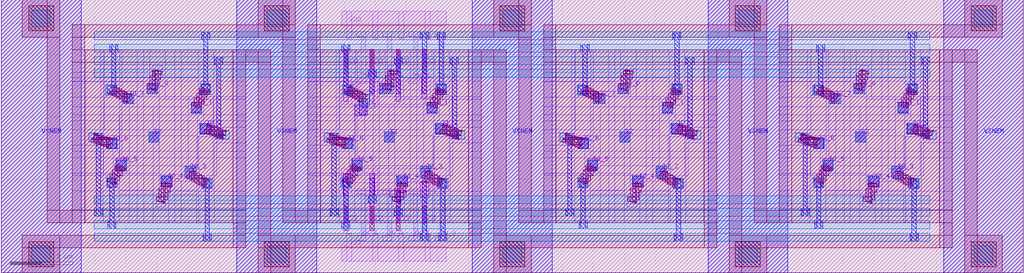
<source format=lef>
VERSION 5.7 ;
BUSBITCHARS "[]" ;
DIVIDERCHAR "/" ;


MANUFACTURINGGRID 0.005 ;

MACRO nem_ohmux_invd6_4i_8b
  CLASS COVER ;
  ORIGIN 0 0 ;
  FOREIGN nem_ohmux_invd6_4i_8b 0 0 ;
  SIZE 16.4 BY 4.38 ;
  SYMMETRY X Y ;
  SITE core ;
  PIN I0_0
    DIRECTION INPUT ;
    USE SIGNAL ;
    PORT
      LAYER M7 ;
        RECT 2.34 2.87 2.51 3.04 ;
    END
  END I0_0
  PIN I0_7
    DIRECTION INPUT ;
    USE SIGNAL ;
    PORT
      LAYER M7 ;
        RECT 1.95 2.71 2.12 2.88 ;
    END
  END I0_7
  PIN I0_1
    DIRECTION INPUT ;
    USE SIGNAL ;
    PORT
      LAYER M7 ;
        RECT 3.045 2.56 3.215 2.73 ;
    END
  END I0_1
  PIN I0_2
    DIRECTION INPUT ;
    USE SIGNAL ;
    PORT
      LAYER M7 ;
        RECT 3.195 2.23 3.365 2.4 ;
    END
  END I0_2
  PIN I0_3
    DIRECTION INPUT ;
    USE SIGNAL ;
    PORT
      LAYER M7 ;
        RECT 2.95 1.535 3.12 1.705 ;
    END
  END I0_3
  PIN I0_4
    DIRECTION INPUT ;
    USE SIGNAL ;
    PORT
      LAYER M7 ;
        RECT 2.575 1.38 2.745 1.55 ;
    END
  END I0_4
  PIN I0_5
    DIRECTION INPUT ;
    USE SIGNAL ;
    PORT
      LAYER M7 ;
        RECT 1.84 1.655 2.01 1.825 ;
    END
  END I0_5
  PIN I0_6
    DIRECTION INPUT ;
    USE SIGNAL ;
    PORT
      LAYER M7 ;
        RECT 1.685 1.995 1.855 2.165 ;
    END
  END I0_6
  PIN S0
    DIRECTION INPUT ;
    USE SIGNAL ;
    PORT
      LAYER M7 ;
        RECT 2.365 2.095 2.535 2.265 ;
    END
  END S0
  PIN ZN_3
    DIRECTION OUTPUT ;
    USE SIGNAL ;
    PORT
      LAYER M1 ;
        RECT 6.96 1.265 7.105 1.345 ;
        RECT 7.035 0.515 7.105 1.345 ;
        RECT 6.96 0.515 7.105 0.595 ;
    END
  END ZN_3
  PIN ZN_6
    DIRECTION OUTPUT ;
    USE SIGNAL ;
    PORT
      LAYER M1 ;
        RECT 6.54 1.265 6.685 1.345 ;
        RECT 6.615 0.515 6.685 1.345 ;
        RECT 6.54 0.515 6.685 0.595 ;
    END
  END ZN_6
  PIN ZN_4
    DIRECTION OUTPUT ;
    USE SIGNAL ;
    PORT
      LAYER M1 ;
        RECT 6.12 1.265 6.265 1.345 ;
        RECT 6.195 0.515 6.265 1.345 ;
        RECT 6.12 0.515 6.265 0.595 ;
    END
  END ZN_4
  PIN ZN_5
    DIRECTION OUTPUT ;
    USE SIGNAL ;
    PORT
      LAYER M1 ;
        RECT 5.7 1.265 5.845 1.345 ;
        RECT 5.775 0.515 5.845 1.345 ;
        RECT 5.7 0.515 5.845 0.595 ;
    END
  END ZN_5
  PIN ZN_1
    DIRECTION OUTPUT ;
    USE SIGNAL ;
    PORT
      LAYER M1 ;
        RECT 6.96 3.785 7.105 3.865 ;
        RECT 7.035 3.035 7.105 3.865 ;
        RECT 6.96 3.035 7.105 3.115 ;
    END
  END ZN_1
  PIN ZN_2
    DIRECTION OUTPUT ;
    USE SIGNAL ;
    PORT
      LAYER M1 ;
        RECT 6.54 3.785 6.685 3.865 ;
        RECT 6.615 3.035 6.685 3.865 ;
        RECT 6.54 3.035 6.685 3.115 ;
    END
  END ZN_2
  PIN ZN_0
    DIRECTION OUTPUT ;
    USE SIGNAL ;
    PORT
      LAYER M1 ;
        RECT 6.12 3.785 6.265 3.865 ;
        RECT 6.195 3.035 6.265 3.865 ;
        RECT 6.12 3.035 6.265 3.115 ;
    END
  END ZN_0
  PIN ZN_7
    DIRECTION OUTPUT ;
    USE SIGNAL ;
    PORT
      LAYER M1 ;
        RECT 5.7 3.785 5.845 3.865 ;
        RECT 5.775 3.035 5.845 3.865 ;
        RECT 5.7 3.035 5.845 3.115 ;
    END
  END ZN_7
  PIN I3_4
    DIRECTION INPUT ;
    USE SIGNAL ;
    PORT
      LAYER M7 ;
        RECT 13.915 1.38 14.085 1.55 ;
    END
  END I3_4
  PIN I1_7
    DIRECTION INPUT ;
    USE SIGNAL ;
    PORT
      LAYER M7 ;
        RECT 5.675 2.515 5.845 2.685 ;
    END
  END I1_7
  PIN I3_1
    DIRECTION INPUT ;
    USE SIGNAL ;
    PORT
      LAYER M7 ;
        RECT 14.385 2.56 14.555 2.73 ;
    END
  END I3_1
  PIN I3_0
    DIRECTION INPUT ;
    USE SIGNAL ;
    PORT
      LAYER M7 ;
        RECT 13.68 2.87 13.85 3.04 ;
    END
  END I3_0
  PIN I3_3
    DIRECTION INPUT ;
    USE SIGNAL ;
    PORT
      LAYER M7 ;
        RECT 14.29 1.535 14.46 1.705 ;
    END
  END I3_3
  PIN I3_5
    DIRECTION INPUT ;
    USE SIGNAL ;
    PORT
      LAYER M7 ;
        RECT 13.18 1.655 13.35 1.825 ;
    END
  END I3_5
  PIN I3_2
    DIRECTION INPUT ;
    USE SIGNAL ;
    PORT
      LAYER M7 ;
        RECT 14.535 2.23 14.705 2.4 ;
    END
  END I3_2
  PIN I3_6
    DIRECTION INPUT ;
    USE SIGNAL ;
    PORT
      LAYER M7 ;
        RECT 13.025 1.995 13.195 2.165 ;
    END
  END I3_6
  PIN S3
    DIRECTION INPUT ;
    USE SIGNAL ;
    PORT
      LAYER M7 ;
        RECT 13.705 2.095 13.875 2.265 ;
    END
  END S3
  PIN VSNEM
    DIRECTION INOUT ;
    USE GROUND ;
    SHAPE ABUTMENT ;
    PORT
      LAYER M8 ;
        RECT 0 0 1.28 4.38 ;
    END
    PORT
      LAYER M8 ;
        RECT 3.78 0 5.06 4.38 ;
    END
    PORT
      LAYER M8 ;
        RECT 7.56 0 8.84 4.38 ;
    END
    PORT
      LAYER M8 ;
        RECT 11.34 0 12.62 4.38 ;
    END
    PORT
      LAYER M8 ;
        RECT 15.12 0 16.4 4.38 ;
    END
  END VSNEM
  PIN VSS
    DIRECTION INOUT ;
    USE GROUND ;
    SHAPE ABUTMENT ;
    PORT
      LAYER M1 ;
        RECT 5.46 2.705 7.14 2.935 ;
        RECT 6.8 2.705 6.88 3.145 ;
        RECT 6.38 2.705 6.46 3.145 ;
        RECT 5.96 2.705 6.04 3.145 ;
        RECT 5.54 2.705 5.62 3.145 ;
    END
    PORT
      LAYER M1 ;
        RECT 5.46 0.185 7.14 0.415 ;
        RECT 6.8 0.185 6.88 0.625 ;
        RECT 6.38 0.185 6.46 0.625 ;
        RECT 5.96 0.185 6.04 0.625 ;
        RECT 5.54 0.185 5.62 0.625 ;
    END
  END VSS
  PIN VDD
    DIRECTION INOUT ;
    USE POWER ;
    SHAPE ABUTMENT ;
    PORT
      LAYER M1 ;
        RECT 5.46 3.965 7.14 4.195 ;
        RECT 6.8 3.755 6.88 4.195 ;
        RECT 6.38 3.755 6.46 4.195 ;
        RECT 5.96 3.755 6.04 4.195 ;
        RECT 5.54 3.755 5.62 4.195 ;
    END
    PORT
      LAYER M1 ;
        RECT 5.46 1.445 7.14 1.675 ;
        RECT 6.8 1.235 6.88 1.675 ;
        RECT 6.38 1.235 6.46 1.675 ;
        RECT 5.96 1.235 6.04 1.675 ;
        RECT 5.54 1.235 5.62 1.675 ;
    END
  END VDD
  PIN S2
    DIRECTION INPUT ;
    USE SIGNAL ;
    PORT
      LAYER M7 ;
        RECT 9.925 2.095 10.095 2.265 ;
    END
  END S2
  PIN I2_2
    DIRECTION INPUT ;
    USE SIGNAL ;
    PORT
      LAYER M7 ;
        RECT 10.755 2.23 10.925 2.4 ;
    END
  END I2_2
  PIN I2_4
    DIRECTION INPUT ;
    USE SIGNAL ;
    PORT
      LAYER M7 ;
        RECT 10.135 1.38 10.305 1.55 ;
    END
  END I2_4
  PIN I2_3
    DIRECTION INPUT ;
    USE SIGNAL ;
    PORT
      LAYER M7 ;
        RECT 10.51 1.535 10.68 1.705 ;
    END
  END I2_3
  PIN I2_6
    DIRECTION INPUT ;
    USE SIGNAL ;
    PORT
      LAYER M7 ;
        RECT 9.245 1.995 9.415 2.165 ;
    END
  END I2_6
  PIN I2_1
    DIRECTION INPUT ;
    USE SIGNAL ;
    PORT
      LAYER M7 ;
        RECT 10.605 2.56 10.775 2.73 ;
    END
  END I2_1
  PIN I2_0
    DIRECTION INPUT ;
    USE SIGNAL ;
    PORT
      LAYER M7 ;
        RECT 9.9 2.87 10.07 3.04 ;
    END
  END I2_0
  PIN I2_5
    DIRECTION INPUT ;
    USE SIGNAL ;
    PORT
      LAYER M7 ;
        RECT 9.4 1.655 9.57 1.825 ;
    END
  END I2_5
  PIN I2_7
    DIRECTION INPUT ;
    USE SIGNAL ;
    PORT
      LAYER M7 ;
        RECT 9.51 2.71 9.68 2.88 ;
    END
  END I2_7
  PIN I3_7
    DIRECTION INPUT ;
    USE SIGNAL ;
    PORT
      LAYER M7 ;
        RECT 13.29 2.71 13.46 2.88 ;
    END
  END I3_7
  PIN I1_0
    DIRECTION INPUT ;
    USE SIGNAL ;
    PORT
      LAYER M7 ;
        RECT 6.075 2.87 6.245 3.04 ;
    END
  END I1_0
  PIN I1_1
    DIRECTION INPUT ;
    USE SIGNAL ;
    PORT
      LAYER M7 ;
        RECT 6.825 2.56 6.995 2.73 ;
    END
  END I1_1
  PIN I1_2
    DIRECTION INPUT ;
    USE SIGNAL ;
    PORT
      LAYER M7 ;
        RECT 6.975 2.23 7.145 2.4 ;
    END
  END I1_2
  PIN I1_3
    DIRECTION INPUT ;
    USE SIGNAL ;
    PORT
      LAYER M7 ;
        RECT 6.73 1.535 6.9 1.705 ;
    END
  END I1_3
  PIN I1_4
    DIRECTION INPUT ;
    USE SIGNAL ;
    PORT
      LAYER M7 ;
        RECT 6.355 1.385 6.525 1.555 ;
    END
  END I1_4
  PIN I1_5
    DIRECTION INPUT ;
    USE SIGNAL ;
    PORT
      LAYER M7 ;
        RECT 5.62 1.655 5.79 1.825 ;
    END
  END I1_5
  PIN I1_6
    DIRECTION INPUT ;
    USE SIGNAL ;
    PORT
      LAYER M7 ;
        RECT 5.465 1.995 5.635 2.165 ;
    END
  END I1_6
  PIN S1
    DIRECTION INPUT ;
    USE SIGNAL ;
    PORT
      LAYER M7 ;
        RECT 6.145 2.095 6.315 2.265 ;
    END
  END S1
  OBS
    LAYER OVERLAP ;
      RECT 0 0 16.4 4.38 ;
    LAYER M1 ;
      RECT 6.755 0.795 6.825 1.065 ;
      RECT 6.755 0.845 6.96 0.915 ;
      RECT 6.755 3.315 6.825 3.585 ;
      RECT 6.755 3.365 6.96 3.435 ;
      RECT 6.335 0.795 6.405 1.065 ;
      RECT 6.335 0.845 6.54 0.915 ;
      RECT 6.335 3.315 6.405 3.585 ;
      RECT 6.335 3.365 6.54 3.435 ;
      RECT 5.915 0.795 5.985 1.065 ;
      RECT 5.915 0.845 6.12 0.915 ;
      RECT 5.915 3.315 5.985 3.585 ;
      RECT 5.915 3.365 6.12 3.435 ;
      RECT 5.495 0.795 5.565 1.065 ;
      RECT 5.495 0.845 5.7 0.915 ;
      RECT 5.495 3.315 5.565 3.585 ;
      RECT 5.495 3.365 5.7 3.435 ;
    LAYER M2 ;
      RECT 6.755 0.675 6.825 1.065 ;
      RECT 6.755 3.195 6.825 3.585 ;
      RECT 6.335 0.675 6.405 1.065 ;
      RECT 6.335 3.195 6.405 3.585 ;
      RECT 5.915 0.675 5.985 1.065 ;
      RECT 5.915 3.195 5.985 3.585 ;
      RECT 5.495 0.675 5.565 1.065 ;
      RECT 5.495 3.195 5.565 3.585 ;
    LAYER M3 ;
      RECT 6.755 0.675 6.825 1.065 ;
      RECT 6.755 3.195 6.825 3.585 ;
      RECT 6.335 0.675 6.405 1.065 ;
      RECT 6.335 3.195 6.405 3.585 ;
      RECT 5.915 0.675 5.985 1.065 ;
      RECT 5.915 3.195 5.985 3.585 ;
      RECT 5.495 0.675 5.565 1.065 ;
      RECT 5.495 3.195 5.565 3.585 ;
    LAYER M4 ;
      RECT 6.755 0.675 6.825 1.065 ;
      RECT 6.755 3.195 6.825 3.585 ;
      RECT 6.335 0.675 6.405 1.065 ;
      RECT 6.335 3.195 6.405 3.585 ;
      RECT 5.915 0.675 5.985 1.065 ;
      RECT 5.915 3.195 5.985 3.585 ;
      RECT 5.495 0.675 5.565 1.065 ;
      RECT 5.495 3.195 5.565 3.585 ;
    LAYER M5 ;
      RECT 6.755 0.675 6.825 1.065 ;
      RECT 6.755 3.195 6.825 3.585 ;
      RECT 6.335 0.675 6.405 1.065 ;
      RECT 6.335 3.195 6.405 3.585 ;
      RECT 5.915 0.675 5.985 1.065 ;
      RECT 5.915 3.195 5.985 3.585 ;
      RECT 5.495 0.675 5.565 1.065 ;
      RECT 5.495 3.195 5.565 3.585 ;
    LAYER M6 ;
      RECT 6.755 0.795 6.825 1.475 ;
      RECT 6.755 2.87 6.825 3.585 ;
      RECT 6.335 0.795 6.405 1.325 ;
      RECT 6.335 2.87 6.405 3.585 ;
      RECT 5.915 0.795 5.985 1.585 ;
      RECT 5.915 2.87 5.985 3.585 ;
      RECT 5.495 0.795 5.565 1.585 ;
      RECT 5.495 2.87 5.565 3.585 ;
    LAYER M7 ;
      RECT 6.725 1.215 6.86 1.455 ;
      RECT 6.75 2.8 6.83 3.14 ;
      RECT 6.235 1.21 6.5 1.315 ;
      RECT 6.335 2.75 6.405 3.14 ;
      RECT 5.91 1.245 5.99 1.585 ;
      RECT 5.915 2.75 5.985 3.14 ;
      RECT 5.49 1.245 5.57 1.585 ;
      RECT 5.495 2.75 5.565 3.14 ;
    LAYER M8 ;
      RECT 14.765 3.335 14.895 3.465 ;
      RECT 14.795 2.15 14.865 3.465 ;
      RECT 14.765 2.15 14.895 2.28 ;
      RECT 14.58 1.37 14.71 1.5 ;
      RECT 14.61 0.505 14.68 1.5 ;
      RECT 14.58 0.505 14.71 0.635 ;
      RECT 14.555 3.735 14.685 3.865 ;
      RECT 14.585 2.885 14.655 3.865 ;
      RECT 14.555 2.885 14.685 3.015 ;
      RECT 13.08 3.535 13.21 3.665 ;
      RECT 13.11 2.87 13.18 3.665 ;
      RECT 13.04 2.87 13.18 3 ;
      RECT 13.05 1.38 13.18 1.51 ;
      RECT 13.08 0.705 13.15 1.51 ;
      RECT 13.05 0.705 13.18 0.835 ;
      RECT 12.835 2.11 12.965 2.24 ;
      RECT 12.865 0.905 12.935 2.24 ;
      RECT 12.835 0.905 12.965 1.035 ;
      RECT 10.985 3.335 11.115 3.465 ;
      RECT 11.015 2.15 11.085 3.465 ;
      RECT 10.985 2.15 11.115 2.28 ;
      RECT 10.8 1.37 10.93 1.5 ;
      RECT 10.83 0.505 10.9 1.5 ;
      RECT 10.8 0.505 10.93 0.635 ;
      RECT 10.775 3.735 10.905 3.865 ;
      RECT 10.805 2.885 10.875 3.865 ;
      RECT 10.775 2.885 10.905 3.015 ;
      RECT 9.3 3.535 9.43 3.665 ;
      RECT 9.33 2.87 9.4 3.665 ;
      RECT 9.26 2.87 9.4 3 ;
      RECT 9.27 1.38 9.4 1.51 ;
      RECT 9.3 0.705 9.37 1.51 ;
      RECT 9.27 0.705 9.4 0.835 ;
      RECT 9.055 2.11 9.185 2.24 ;
      RECT 9.085 0.905 9.155 2.24 ;
      RECT 9.055 0.905 9.185 1.035 ;
      RECT 7.205 3.335 7.335 3.465 ;
      RECT 7.235 2.15 7.305 3.465 ;
      RECT 7.205 2.15 7.335 2.28 ;
      RECT 7.02 1.37 7.15 1.5 ;
      RECT 7.05 0.505 7.12 1.5 ;
      RECT 7.02 0.505 7.15 0.635 ;
      RECT 6.995 3.735 7.125 3.865 ;
      RECT 7.025 2.885 7.095 3.865 ;
      RECT 6.995 2.885 7.125 3.015 ;
      RECT 6.755 0.505 6.825 1.465 ;
      RECT 6.725 0.505 6.855 0.635 ;
      RECT 6.725 3.735 6.855 3.865 ;
      RECT 6.755 2.87 6.825 3.865 ;
      RECT 6.335 0.905 6.405 1.315 ;
      RECT 6.305 0.905 6.435 1.035 ;
      RECT 6.305 3.335 6.435 3.465 ;
      RECT 6.335 2.87 6.405 3.465 ;
      RECT 5.915 1.105 5.985 1.515 ;
      RECT 5.885 1.105 6.015 1.235 ;
      RECT 5.885 3.135 6.015 3.265 ;
      RECT 5.915 2.87 5.985 3.265 ;
      RECT 5.465 3.535 5.595 3.665 ;
      RECT 5.495 2.87 5.565 3.665 ;
      RECT 5.495 2.87 5.625 3 ;
      RECT 5.47 1.38 5.6 1.51 ;
      RECT 5.495 0.705 5.565 1.51 ;
      RECT 5.465 0.705 5.595 0.835 ;
      RECT 5.275 2.11 5.405 2.24 ;
      RECT 5.305 0.905 5.375 2.24 ;
      RECT 5.275 0.905 5.405 1.035 ;
      RECT 3.425 3.335 3.555 3.465 ;
      RECT 3.455 2.15 3.525 3.465 ;
      RECT 3.425 2.15 3.555 2.28 ;
      RECT 3.24 1.37 3.37 1.5 ;
      RECT 3.27 0.505 3.34 1.5 ;
      RECT 3.24 0.505 3.37 0.635 ;
      RECT 3.215 3.735 3.345 3.865 ;
      RECT 3.245 2.885 3.315 3.865 ;
      RECT 3.215 2.885 3.345 3.015 ;
      RECT 1.74 3.535 1.87 3.665 ;
      RECT 1.77 2.87 1.84 3.665 ;
      RECT 1.7 2.87 1.84 3 ;
      RECT 1.71 1.38 1.84 1.51 ;
      RECT 1.74 0.705 1.81 1.51 ;
      RECT 1.71 0.705 1.84 0.835 ;
      RECT 1.495 2.11 1.625 2.24 ;
      RECT 1.525 0.905 1.595 2.24 ;
      RECT 1.495 0.905 1.625 1.035 ;
      RECT 14.525 2.225 14.695 2.395 ;
      RECT 14.385 2.565 14.555 2.735 ;
      RECT 14.29 1.535 14.46 1.705 ;
      RECT 13.9 1.385 14.07 1.555 ;
      RECT 13.705 2.09 13.875 2.26 ;
      RECT 13.68 2.87 13.85 3.04 ;
      RECT 13.29 2.71 13.46 2.88 ;
      RECT 13.18 1.635 13.35 1.805 ;
      RECT 13.035 1.99 13.205 2.16 ;
      RECT 10.745 2.225 10.915 2.395 ;
      RECT 10.605 2.565 10.775 2.735 ;
      RECT 10.51 1.535 10.68 1.705 ;
      RECT 10.12 1.385 10.29 1.555 ;
      RECT 9.925 2.09 10.095 2.26 ;
      RECT 9.9 2.87 10.07 3.04 ;
      RECT 9.51 2.71 9.68 2.88 ;
      RECT 9.4 1.635 9.57 1.805 ;
      RECT 9.255 1.99 9.425 2.16 ;
      RECT 6.965 2.225 7.135 2.395 ;
      RECT 6.825 2.565 6.995 2.735 ;
      RECT 6.73 1.535 6.9 1.705 ;
      RECT 6.34 1.385 6.51 1.555 ;
      RECT 6.145 2.09 6.315 2.26 ;
      RECT 6.075 2.87 6.245 3.04 ;
      RECT 5.745 2.535 5.87 2.79 ;
      RECT 5.62 1.635 5.79 1.805 ;
      RECT 5.475 1.99 5.645 2.16 ;
      RECT 3.185 2.225 3.355 2.395 ;
      RECT 3.045 2.565 3.215 2.735 ;
      RECT 2.95 1.535 3.12 1.705 ;
      RECT 2.56 1.385 2.73 1.555 ;
      RECT 2.365 2.09 2.535 2.26 ;
      RECT 2.34 2.87 2.51 3.04 ;
      RECT 1.95 2.71 2.12 2.88 ;
      RECT 1.84 1.635 2.01 1.805 ;
      RECT 1.695 1.99 1.865 2.16 ;
    LAYER M9 ;
      RECT 6.12 2.87 6.29 3.04 ;
      RECT 6.115 2.87 6.29 3 ;
      RECT 15.61 0.165 15.91 0.435 ;
      RECT 15.61 3.945 15.91 4.215 ;
      RECT 14.765 2.15 15 2.28 ;
      RECT 1.495 0.505 14.895 0.635 ;
      RECT 1.495 0.705 14.895 0.835 ;
      RECT 1.495 0.905 14.895 1.035 ;
      RECT 1.495 1.105 14.895 1.235 ;
      RECT 1.495 3.135 14.895 3.265 ;
      RECT 1.495 3.335 14.895 3.465 ;
      RECT 1.495 3.535 14.895 3.665 ;
      RECT 1.495 3.735 14.895 3.865 ;
      RECT 14.56 1.35 14.73 1.52 ;
      RECT 14.535 2.865 14.705 3.035 ;
      RECT 14.525 2.225 14.695 2.395 ;
      RECT 14.385 2.565 14.555 2.735 ;
      RECT 14.29 1.535 14.46 1.705 ;
      RECT 13.9 1.385 14.07 1.555 ;
      RECT 13.705 2.09 13.875 2.26 ;
      RECT 13.68 2.87 13.85 3.04 ;
      RECT 13.29 2.71 13.46 2.88 ;
      RECT 13.18 1.635 13.35 1.805 ;
      RECT 13.035 1.99 13.205 2.16 ;
      RECT 13.03 1.36 13.2 1.53 ;
      RECT 13.02 2.85 13.19 3.02 ;
      RECT 12.75 2.11 12.965 2.24 ;
      RECT 11.83 0.165 12.13 0.435 ;
      RECT 11.83 3.945 12.13 4.215 ;
      RECT 10.985 2.15 11.22 2.28 ;
      RECT 10.78 1.35 10.95 1.52 ;
      RECT 10.755 2.865 10.925 3.035 ;
      RECT 10.745 2.225 10.915 2.395 ;
      RECT 10.605 2.565 10.775 2.735 ;
      RECT 10.51 1.535 10.68 1.705 ;
      RECT 10.12 1.385 10.29 1.555 ;
      RECT 9.925 2.09 10.095 2.26 ;
      RECT 9.9 2.87 10.07 3.04 ;
      RECT 9.51 2.71 9.68 2.88 ;
      RECT 9.4 1.635 9.57 1.805 ;
      RECT 9.255 1.99 9.425 2.16 ;
      RECT 9.25 1.36 9.42 1.53 ;
      RECT 9.24 2.85 9.41 3.02 ;
      RECT 8.97 2.11 9.185 2.24 ;
      RECT 8.05 0.165 8.35 0.435 ;
      RECT 8.05 3.945 8.35 4.215 ;
      RECT 7.205 2.15 7.44 2.28 ;
      RECT 7 1.35 7.17 1.52 ;
      RECT 6.975 2.865 7.145 3.035 ;
      RECT 6.965 2.225 7.135 2.395 ;
      RECT 6.825 2.565 6.995 2.735 ;
      RECT 6.73 1.535 6.9 1.705 ;
      RECT 6.34 1.385 6.51 1.555 ;
      RECT 6.145 2.09 6.315 2.26 ;
      RECT 5.735 2.69 5.905 2.86 ;
      RECT 5.62 1.635 5.79 1.805 ;
      RECT 5.475 1.99 5.645 2.16 ;
      RECT 5.475 2.85 5.645 3.02 ;
      RECT 5.45 1.36 5.62 1.53 ;
      RECT 5.19 2.11 5.405 2.24 ;
      RECT 4.27 0.165 4.57 0.435 ;
      RECT 4.27 3.945 4.57 4.215 ;
      RECT 3.425 2.15 3.66 2.28 ;
      RECT 3.22 1.35 3.39 1.52 ;
      RECT 3.195 2.865 3.365 3.035 ;
      RECT 3.185 2.225 3.355 2.395 ;
      RECT 3.045 2.565 3.215 2.735 ;
      RECT 2.95 1.535 3.12 1.705 ;
      RECT 2.56 1.385 2.73 1.555 ;
      RECT 2.365 2.09 2.535 2.26 ;
      RECT 2.34 2.87 2.51 3.04 ;
      RECT 1.95 2.71 2.12 2.88 ;
      RECT 1.84 1.635 2.01 1.805 ;
      RECT 1.695 1.99 1.865 2.16 ;
      RECT 1.69 1.36 1.86 1.53 ;
      RECT 1.68 2.85 1.85 3.02 ;
      RECT 1.41 2.11 1.625 2.24 ;
      RECT 0.49 0.165 0.79 0.435 ;
      RECT 0.49 3.945 0.79 4.215 ;
    LAYER M10 ;
      RECT 12.48 3.375 15.26 3.58 ;
      RECT 15.05 0.8 15.26 3.58 ;
      RECT 13.97 3.075 15.26 3.58 ;
      RECT 14.75 2.335 15.26 3.58 ;
      RECT 12.48 3.07 13.72 3.58 ;
      RECT 12.48 3.07 13.725 3.22 ;
      RECT 13.875 1.57 14.23 3.125 ;
      RECT 12.48 3.07 14.5 3.125 ;
      RECT 13.97 2.785 14.5 3.58 ;
      RECT 12.48 3.065 13.625 3.58 ;
      RECT 13.525 0.8 13.625 3.58 ;
      RECT 13.24 2.91 13.625 3.58 ;
      RECT 12.48 2.295 12.99 3.58 ;
      RECT 13.24 1.845 13.275 3.58 ;
      RECT 13.875 2.785 15.26 2.825 ;
      RECT 14.745 1.555 14.8 2.825 ;
      RECT 13.525 1.26 13.875 2.82 ;
      RECT 12.48 2.295 13.275 2.815 ;
      RECT 14.59 2.435 15.26 2.825 ;
      RECT 13.525 1.715 14.34 2.82 ;
      RECT 12.48 2.295 14.34 2.66 ;
      RECT 13.39 0.8 13.775 2.66 ;
      RECT 12.48 2.435 15.26 2.535 ;
      RECT 12.935 2.2 14.495 2.535 ;
      RECT 13.39 1.715 14.495 2.535 ;
      RECT 12.48 0.8 12.685 3.58 ;
      RECT 13.235 1.845 14.495 2.535 ;
      RECT 12.935 1.565 12.985 3.58 ;
      RECT 14.48 1.555 14.8 2.185 ;
      RECT 14.76 0.8 15.26 2.085 ;
      RECT 12.48 0.8 12.98 2.045 ;
      RECT 12.48 1.845 15.26 1.95 ;
      RECT 12.48 1.565 13.14 1.95 ;
      RECT 13.23 0.8 13.775 1.595 ;
      RECT 14.125 0.8 14.23 3.58 ;
      RECT 12.48 1.565 13.875 1.595 ;
      RECT 14.48 0.8 14.51 2.185 ;
      RECT 14.125 0.8 14.51 1.465 ;
      RECT 13.23 1.26 14.51 1.32 ;
      RECT 12.48 0.8 13.775 1.315 ;
      RECT 14.025 0.8 15.26 1.305 ;
      RECT 14.015 1.16 15.26 1.305 ;
      RECT 12.48 0.8 15.26 1.01 ;
      RECT 8.7 3.375 11.48 3.58 ;
      RECT 11.27 0.8 11.48 3.58 ;
      RECT 10.19 3.075 11.48 3.58 ;
      RECT 10.97 2.335 11.48 3.58 ;
      RECT 8.7 3.07 9.94 3.58 ;
      RECT 8.7 3.07 9.945 3.22 ;
      RECT 10.095 1.57 10.45 3.125 ;
      RECT 8.7 3.07 10.72 3.125 ;
      RECT 10.19 2.785 10.72 3.58 ;
      RECT 8.7 3.065 9.845 3.58 ;
      RECT 9.745 0.8 9.845 3.58 ;
      RECT 9.46 2.91 9.845 3.58 ;
      RECT 8.7 2.295 9.21 3.58 ;
      RECT 9.46 1.845 9.495 3.58 ;
      RECT 10.095 2.785 11.48 2.825 ;
      RECT 10.965 1.555 11.02 2.825 ;
      RECT 9.745 1.26 10.095 2.82 ;
      RECT 8.7 2.295 9.495 2.815 ;
      RECT 10.81 2.435 11.48 2.825 ;
      RECT 9.745 1.715 10.56 2.82 ;
      RECT 8.7 2.295 10.56 2.66 ;
      RECT 9.61 0.8 9.995 2.66 ;
      RECT 8.7 2.435 11.48 2.535 ;
      RECT 9.155 2.2 10.715 2.535 ;
      RECT 9.61 1.715 10.715 2.535 ;
      RECT 8.7 0.8 8.905 3.58 ;
      RECT 9.455 1.845 10.715 2.535 ;
      RECT 9.155 1.565 9.205 3.58 ;
      RECT 10.7 1.555 11.02 2.185 ;
      RECT 10.98 0.8 11.48 2.085 ;
      RECT 8.7 0.8 9.2 2.045 ;
      RECT 8.7 1.845 11.48 1.95 ;
      RECT 8.7 1.565 9.36 1.95 ;
      RECT 9.45 0.8 9.995 1.595 ;
      RECT 10.345 0.8 10.45 3.58 ;
      RECT 8.7 1.565 10.095 1.595 ;
      RECT 10.7 0.8 10.73 2.185 ;
      RECT 10.345 0.8 10.73 1.465 ;
      RECT 9.45 1.26 10.73 1.32 ;
      RECT 8.7 0.8 9.995 1.315 ;
      RECT 10.245 0.8 11.48 1.305 ;
      RECT 10.235 1.16 11.48 1.305 ;
      RECT 8.7 0.8 11.48 1.01 ;
      RECT 4.92 3.375 7.7 3.58 ;
      RECT 7.49 0.8 7.7 3.58 ;
      RECT 6.41 3.075 7.7 3.58 ;
      RECT 7.19 2.335 7.7 3.58 ;
      RECT 4.92 3.07 6.16 3.58 ;
      RECT 4.92 3.07 6.165 3.22 ;
      RECT 6.315 1.57 6.67 3.125 ;
      RECT 4.92 3.07 6.94 3.125 ;
      RECT 6.41 2.785 6.94 3.58 ;
      RECT 4.92 3.065 6.065 3.58 ;
      RECT 5.965 0.8 6.065 3.58 ;
      RECT 5.68 2.91 6.065 3.58 ;
      RECT 4.92 2.295 5.43 3.58 ;
      RECT 5.68 1.845 5.715 3.58 ;
      RECT 6.315 2.785 7.7 2.825 ;
      RECT 7.185 1.555 7.24 2.825 ;
      RECT 5.965 1.26 6.315 2.82 ;
      RECT 4.92 2.295 5.715 2.815 ;
      RECT 7.03 2.435 7.7 2.825 ;
      RECT 5.965 1.715 6.78 2.82 ;
      RECT 4.92 2.295 6.78 2.66 ;
      RECT 5.83 0.8 6.215 2.66 ;
      RECT 4.92 2.435 7.7 2.535 ;
      RECT 5.375 2.2 6.935 2.535 ;
      RECT 5.83 1.715 6.935 2.535 ;
      RECT 4.92 0.8 5.125 3.58 ;
      RECT 5.675 1.845 6.935 2.535 ;
      RECT 5.375 1.565 5.425 3.58 ;
      RECT 6.92 1.555 7.24 2.185 ;
      RECT 7.2 0.8 7.7 2.085 ;
      RECT 4.92 0.8 5.42 2.045 ;
      RECT 4.92 1.845 7.7 1.95 ;
      RECT 4.92 1.565 5.58 1.95 ;
      RECT 5.67 0.8 6.215 1.595 ;
      RECT 6.565 0.8 6.67 3.58 ;
      RECT 4.92 1.565 6.315 1.595 ;
      RECT 6.92 0.8 6.95 2.185 ;
      RECT 6.565 0.8 6.95 1.465 ;
      RECT 5.67 1.26 6.95 1.32 ;
      RECT 4.92 0.8 6.215 1.315 ;
      RECT 6.465 0.8 7.7 1.305 ;
      RECT 6.455 1.16 7.7 1.305 ;
      RECT 4.92 0.8 7.7 1.01 ;
      RECT 1.14 3.375 3.92 3.58 ;
      RECT 3.71 0.8 3.92 3.58 ;
      RECT 2.63 3.075 3.92 3.58 ;
      RECT 3.41 2.335 3.92 3.58 ;
      RECT 1.14 3.07 2.38 3.58 ;
      RECT 1.14 3.07 2.385 3.22 ;
      RECT 2.535 1.57 2.89 3.125 ;
      RECT 1.14 3.07 3.16 3.125 ;
      RECT 2.63 2.785 3.16 3.58 ;
      RECT 1.14 3.065 2.285 3.58 ;
      RECT 2.185 0.8 2.285 3.58 ;
      RECT 1.9 2.91 2.285 3.58 ;
      RECT 1.14 2.295 1.65 3.58 ;
      RECT 1.9 1.845 1.935 3.58 ;
      RECT 2.535 2.785 3.92 2.825 ;
      RECT 3.405 1.555 3.46 2.825 ;
      RECT 2.185 1.26 2.535 2.82 ;
      RECT 1.14 2.295 1.935 2.815 ;
      RECT 3.25 2.435 3.92 2.825 ;
      RECT 2.185 1.715 3 2.82 ;
      RECT 1.14 2.295 3 2.66 ;
      RECT 2.05 0.8 2.435 2.66 ;
      RECT 1.14 2.435 3.92 2.535 ;
      RECT 1.595 2.2 3.155 2.535 ;
      RECT 2.05 1.715 3.155 2.535 ;
      RECT 1.14 0.8 1.345 3.58 ;
      RECT 1.895 1.845 3.155 2.535 ;
      RECT 1.595 1.565 1.645 3.58 ;
      RECT 3.14 1.555 3.46 2.185 ;
      RECT 3.42 0.8 3.92 2.085 ;
      RECT 1.14 0.8 1.64 2.045 ;
      RECT 1.14 1.845 3.92 1.95 ;
      RECT 1.14 1.565 1.8 1.95 ;
      RECT 1.89 0.8 2.435 1.595 ;
      RECT 2.785 0.8 2.89 3.58 ;
      RECT 1.14 1.565 2.535 1.595 ;
      RECT 3.14 0.8 3.17 2.185 ;
      RECT 2.785 0.8 3.17 1.465 ;
      RECT 1.89 1.26 3.17 1.32 ;
      RECT 1.14 0.8 2.435 1.315 ;
      RECT 2.685 0.8 3.92 1.305 ;
      RECT 2.675 1.16 3.92 1.305 ;
      RECT 1.14 0.8 3.92 1.01 ;
      RECT 15.56 0.1 15.96 0.5 ;
      RECT 15.56 3.88 15.96 4.28 ;
      RECT 14.85 2.135 15 2.285 ;
      RECT 14.56 1.354 14.71 1.504 ;
      RECT 14.551 2.873 14.701 3.023 ;
      RECT 14.545 2.236 14.695 2.386 ;
      RECT 14.392 2.584 14.542 2.734 ;
      RECT 14.278 1.517 14.428 1.667 ;
      RECT 13.926 1.368 14.076 1.518 ;
      RECT 13.824 1.061 13.974 1.211 ;
      RECT 13.771 3.173 13.921 3.323 ;
      RECT 13.675 2.87 13.825 3.02 ;
      RECT 13.324 2.708 13.474 2.858 ;
      RECT 13.19 1.643 13.34 1.793 ;
      RECT 13.038 2.866 13.188 3.016 ;
      RECT 13.037 1.998 13.187 2.148 ;
      RECT 13.03 1.363 13.18 1.513 ;
      RECT 12.733 2.096 12.883 2.246 ;
      RECT 11.78 0.1 12.18 0.5 ;
      RECT 11.78 3.88 12.18 4.28 ;
      RECT 11.07 2.135 11.22 2.285 ;
      RECT 10.78 1.354 10.93 1.504 ;
      RECT 10.771 2.873 10.921 3.023 ;
      RECT 10.765 2.236 10.915 2.386 ;
      RECT 10.612 2.584 10.762 2.734 ;
      RECT 10.498 1.517 10.648 1.667 ;
      RECT 10.146 1.368 10.296 1.518 ;
      RECT 10.044 1.061 10.194 1.211 ;
      RECT 9.991 3.173 10.141 3.323 ;
      RECT 9.895 2.87 10.045 3.02 ;
      RECT 9.544 2.708 9.694 2.858 ;
      RECT 9.41 1.643 9.56 1.793 ;
      RECT 9.258 2.866 9.408 3.016 ;
      RECT 9.257 1.998 9.407 2.148 ;
      RECT 9.25 1.363 9.4 1.513 ;
      RECT 8.953 2.096 9.103 2.246 ;
      RECT 8 0.1 8.4 0.5 ;
      RECT 8 3.88 8.4 4.28 ;
      RECT 7.29 2.135 7.44 2.285 ;
      RECT 7 1.354 7.15 1.504 ;
      RECT 6.991 2.873 7.141 3.023 ;
      RECT 6.985 2.236 7.135 2.386 ;
      RECT 6.832 2.584 6.982 2.734 ;
      RECT 6.718 1.517 6.868 1.667 ;
      RECT 6.366 1.368 6.516 1.518 ;
      RECT 6.264 1.061 6.414 1.211 ;
      RECT 6.211 3.173 6.361 3.323 ;
      RECT 6.115 2.87 6.265 3.02 ;
      RECT 5.764 2.708 5.914 2.858 ;
      RECT 5.63 1.643 5.78 1.793 ;
      RECT 5.478 2.866 5.628 3.016 ;
      RECT 5.477 1.998 5.627 2.148 ;
      RECT 5.47 1.363 5.62 1.513 ;
      RECT 5.173 2.096 5.323 2.246 ;
      RECT 4.22 0.1 4.62 0.5 ;
      RECT 4.22 3.88 4.62 4.28 ;
      RECT 3.51 2.135 3.66 2.285 ;
      RECT 3.22 1.354 3.37 1.504 ;
      RECT 3.211 2.873 3.361 3.023 ;
      RECT 3.205 2.236 3.355 2.386 ;
      RECT 3.052 2.584 3.202 2.734 ;
      RECT 2.938 1.517 3.088 1.667 ;
      RECT 2.586 1.368 2.736 1.518 ;
      RECT 2.484 1.061 2.634 1.211 ;
      RECT 2.431 3.173 2.581 3.323 ;
      RECT 2.335 2.87 2.485 3.02 ;
      RECT 1.984 2.708 2.134 2.858 ;
      RECT 1.85 1.643 2 1.793 ;
      RECT 1.698 2.866 1.848 3.016 ;
      RECT 1.697 1.998 1.847 2.148 ;
      RECT 1.69 1.363 1.84 1.513 ;
      RECT 1.393 2.096 1.543 2.246 ;
      RECT 0.44 0.1 0.84 0.5 ;
      RECT 0.44 3.88 0.84 4.28 ;
    LAYER NEMANC ;
      RECT 15.56 0.1 15.96 0.5 ;
      RECT 15.56 3.88 15.96 4.28 ;
      RECT 11.78 0.1 12.18 0.5 ;
      RECT 11.78 3.88 12.18 4.28 ;
      RECT 8 0.1 8.4 0.5 ;
      RECT 8 3.88 8.4 4.28 ;
      RECT 4.22 0.1 4.62 0.5 ;
      RECT 4.22 3.88 4.62 4.28 ;
      RECT 0.44 0.1 0.84 0.5 ;
      RECT 0.44 3.88 0.84 4.28 ;
    LAYER NEMCHAN ;
      RECT 14.635 2.22 14.715 2.37 ;
      RECT 14.635 2.22 14.755 2.355 ;
      RECT 14.635 2.22 14.795 2.34 ;
      RECT 14.635 2.22 14.835 2.325 ;
      RECT 14.875 2.14 14.9 2.305 ;
      RECT 14.595 2.23 14.9 2.3 ;
      RECT 14.715 2.195 14.94 2.29 ;
      RECT 14.595 2.26 14.95 2.285 ;
      RECT 14.675 2.205 14.94 2.29 ;
      RECT 14.755 2.18 14.9 2.305 ;
      RECT 14.835 2.155 14.875 2.315 ;
      RECT 14.795 2.165 14.9 2.305 ;
      RECT 14.56 2.705 14.6 2.975 ;
      RECT 14.52 2.78 14.64 2.95 ;
      RECT 14.52 2.855 14.68 2.93 ;
      RECT 14.52 2.895 14.69 2.915 ;
      RECT 14.48 2.645 14.52 2.88 ;
      RECT 14.44 2.665 14.56 2.805 ;
      RECT 14.4 2.685 14.56 2.735 ;
      RECT 14.48 2.65 14.56 2.88 ;
      RECT 14.395 1.465 14.435 1.64 ;
      RECT 14.355 1.49 14.435 1.625 ;
      RECT 14.355 1.49 14.475 1.62 ;
      RECT 14.355 1.49 14.515 1.595 ;
      RECT 14.315 1.51 14.555 1.565 ;
      RECT 14.555 1.375 14.595 1.55 ;
      RECT 14.555 1.395 14.635 1.525 ;
      RECT 14.395 1.465 14.67 1.51 ;
      RECT 14.435 1.445 14.635 1.525 ;
      RECT 14.515 1.4 14.555 1.57 ;
      RECT 14.475 1.42 14.635 1.525 ;
      RECT 13.95 1.115 13.97 1.46 ;
      RECT 13.95 1.175 14.01 1.445 ;
      RECT 13.91 1.295 14.05 1.435 ;
      RECT 13.91 1.39 14.07 1.425 ;
      RECT 13.87 1.14 13.97 1.345 ;
      RECT 13.83 1.15 13.97 1.22 ;
      RECT 13.91 1.125 13.97 1.435 ;
      RECT 13.8 2.92 13.82 3.26 ;
      RECT 13.8 2.98 13.86 3.25 ;
      RECT 13.76 3.1 13.9 3.24 ;
      RECT 13.76 3.195 13.92 3.23 ;
      RECT 13.72 2.945 13.82 3.16 ;
      RECT 13.68 2.955 13.82 3.035 ;
      RECT 13.76 2.93 13.82 3.24 ;
      RECT 13.155 2.82 13.195 2.99 ;
      RECT 13.115 2.84 13.195 2.975 ;
      RECT 13.115 2.84 13.235 2.97 ;
      RECT 13.115 2.84 13.315 2.93 ;
      RECT 13.075 2.865 13.315 2.915 ;
      RECT 13.075 2.865 13.355 2.905 ;
      RECT 13.355 2.72 13.365 2.895 ;
      RECT 13.275 2.755 13.405 2.88 ;
      RECT 13.155 2.82 13.435 2.86 ;
      RECT 13.195 2.8 13.405 2.88 ;
      RECT 13.235 2.78 13.275 2.95 ;
      RECT 13.315 2.735 13.365 2.895 ;
      RECT 13.2 1.48 13.24 1.745 ;
      RECT 13.16 1.555 13.28 1.72 ;
      RECT 13.16 1.625 13.32 1.7 ;
      RECT 13.16 1.665 13.33 1.685 ;
      RECT 13.12 1.415 13.16 1.65 ;
      RECT 13.08 1.44 13.2 1.58 ;
      RECT 13.04 1.46 13.2 1.51 ;
      RECT 13.12 1.425 13.2 1.65 ;
      RECT 12.825 2.08 12.865 2.23 ;
      RECT 12.825 2.08 12.905 2.225 ;
      RECT 12.825 2.08 12.945 2.21 ;
      RECT 12.825 2.08 12.985 2.2 ;
      RECT 13.065 2 13.09 2.17 ;
      RECT 12.785 2.09 13.09 2.165 ;
      RECT 12.905 2.06 13.13 2.155 ;
      RECT 12.785 2.135 13.135 2.145 ;
      RECT 12.865 2.065 13.13 2.155 ;
      RECT 12.905 2.055 13.09 2.17 ;
      RECT 13.025 2.015 13.065 2.175 ;
      RECT 12.945 2.04 13.09 2.17 ;
      RECT 12.985 2.025 13.025 2.185 ;
      RECT 10.855 2.22 10.935 2.37 ;
      RECT 10.855 2.22 10.975 2.355 ;
      RECT 10.855 2.22 11.015 2.34 ;
      RECT 10.855 2.22 11.055 2.325 ;
      RECT 11.095 2.14 11.12 2.305 ;
      RECT 10.815 2.23 11.12 2.3 ;
      RECT 10.935 2.195 11.16 2.29 ;
      RECT 10.815 2.26 11.17 2.285 ;
      RECT 10.895 2.205 11.16 2.29 ;
      RECT 10.975 2.18 11.12 2.305 ;
      RECT 11.055 2.155 11.095 2.315 ;
      RECT 11.015 2.165 11.12 2.305 ;
      RECT 10.78 2.705 10.82 2.975 ;
      RECT 10.74 2.78 10.86 2.95 ;
      RECT 10.74 2.855 10.9 2.93 ;
      RECT 10.74 2.895 10.91 2.915 ;
      RECT 10.7 2.645 10.74 2.88 ;
      RECT 10.66 2.665 10.78 2.805 ;
      RECT 10.62 2.685 10.78 2.735 ;
      RECT 10.7 2.65 10.78 2.88 ;
      RECT 10.615 1.465 10.655 1.64 ;
      RECT 10.575 1.49 10.655 1.625 ;
      RECT 10.575 1.49 10.695 1.62 ;
      RECT 10.575 1.49 10.735 1.595 ;
      RECT 10.535 1.51 10.775 1.565 ;
      RECT 10.775 1.375 10.815 1.55 ;
      RECT 10.775 1.395 10.855 1.525 ;
      RECT 10.615 1.465 10.89 1.51 ;
      RECT 10.655 1.445 10.855 1.525 ;
      RECT 10.735 1.4 10.775 1.57 ;
      RECT 10.695 1.42 10.855 1.525 ;
      RECT 10.17 1.115 10.19 1.46 ;
      RECT 10.17 1.175 10.23 1.445 ;
      RECT 10.13 1.295 10.27 1.435 ;
      RECT 10.13 1.39 10.29 1.425 ;
      RECT 10.09 1.14 10.19 1.345 ;
      RECT 10.05 1.15 10.19 1.22 ;
      RECT 10.13 1.125 10.19 1.435 ;
      RECT 10.02 2.92 10.04 3.26 ;
      RECT 10.02 2.98 10.08 3.25 ;
      RECT 9.98 3.1 10.12 3.24 ;
      RECT 9.98 3.195 10.14 3.23 ;
      RECT 9.94 2.945 10.04 3.16 ;
      RECT 9.9 2.955 10.04 3.035 ;
      RECT 9.98 2.93 10.04 3.24 ;
      RECT 9.375 2.82 9.415 2.99 ;
      RECT 9.335 2.84 9.415 2.975 ;
      RECT 9.335 2.84 9.455 2.97 ;
      RECT 9.335 2.84 9.535 2.93 ;
      RECT 9.295 2.865 9.535 2.915 ;
      RECT 9.295 2.865 9.575 2.905 ;
      RECT 9.575 2.72 9.585 2.895 ;
      RECT 9.495 2.755 9.625 2.88 ;
      RECT 9.375 2.82 9.655 2.86 ;
      RECT 9.415 2.8 9.625 2.88 ;
      RECT 9.455 2.78 9.495 2.95 ;
      RECT 9.535 2.735 9.585 2.895 ;
      RECT 9.42 1.48 9.46 1.745 ;
      RECT 9.38 1.555 9.5 1.72 ;
      RECT 9.38 1.625 9.54 1.7 ;
      RECT 9.38 1.665 9.55 1.685 ;
      RECT 9.34 1.415 9.38 1.65 ;
      RECT 9.3 1.44 9.42 1.58 ;
      RECT 9.26 1.46 9.42 1.51 ;
      RECT 9.34 1.425 9.42 1.65 ;
      RECT 9.045 2.08 9.085 2.23 ;
      RECT 9.045 2.08 9.125 2.225 ;
      RECT 9.045 2.08 9.165 2.21 ;
      RECT 9.045 2.08 9.205 2.2 ;
      RECT 9.285 2 9.31 2.17 ;
      RECT 9.005 2.09 9.31 2.165 ;
      RECT 9.125 2.06 9.35 2.155 ;
      RECT 9.005 2.135 9.355 2.145 ;
      RECT 9.085 2.065 9.35 2.155 ;
      RECT 9.125 2.055 9.31 2.17 ;
      RECT 9.245 2.015 9.285 2.175 ;
      RECT 9.165 2.04 9.31 2.17 ;
      RECT 9.205 2.025 9.245 2.185 ;
      RECT 7.075 2.22 7.155 2.37 ;
      RECT 7.075 2.22 7.195 2.355 ;
      RECT 7.075 2.22 7.235 2.34 ;
      RECT 7.075 2.22 7.275 2.325 ;
      RECT 7.315 2.14 7.34 2.305 ;
      RECT 7.035 2.23 7.34 2.3 ;
      RECT 7.155 2.195 7.38 2.29 ;
      RECT 7.035 2.26 7.39 2.285 ;
      RECT 7.115 2.205 7.38 2.29 ;
      RECT 7.195 2.18 7.34 2.305 ;
      RECT 7.275 2.155 7.315 2.315 ;
      RECT 7.235 2.165 7.34 2.305 ;
      RECT 7 2.705 7.04 2.975 ;
      RECT 6.96 2.78 7.08 2.95 ;
      RECT 6.96 2.855 7.12 2.93 ;
      RECT 6.96 2.895 7.13 2.915 ;
      RECT 6.92 2.645 6.96 2.88 ;
      RECT 6.88 2.665 7 2.805 ;
      RECT 6.84 2.685 7 2.735 ;
      RECT 6.92 2.65 7 2.88 ;
      RECT 6.835 1.465 6.875 1.64 ;
      RECT 6.795 1.49 6.875 1.625 ;
      RECT 6.795 1.49 6.915 1.62 ;
      RECT 6.795 1.49 6.955 1.595 ;
      RECT 6.755 1.51 6.995 1.565 ;
      RECT 6.995 1.375 7.035 1.55 ;
      RECT 6.995 1.395 7.075 1.525 ;
      RECT 6.835 1.465 7.11 1.51 ;
      RECT 6.875 1.445 7.075 1.525 ;
      RECT 6.955 1.4 6.995 1.57 ;
      RECT 6.915 1.42 7.075 1.525 ;
      RECT 6.39 1.115 6.41 1.46 ;
      RECT 6.39 1.175 6.45 1.445 ;
      RECT 6.35 1.295 6.49 1.435 ;
      RECT 6.35 1.39 6.51 1.425 ;
      RECT 6.31 1.14 6.41 1.345 ;
      RECT 6.27 1.15 6.41 1.22 ;
      RECT 6.35 1.125 6.41 1.435 ;
      RECT 6.24 2.92 6.26 3.26 ;
      RECT 6.24 2.98 6.3 3.25 ;
      RECT 6.2 3.1 6.34 3.24 ;
      RECT 6.2 3.195 6.36 3.23 ;
      RECT 6.16 2.945 6.26 3.16 ;
      RECT 6.12 2.955 6.26 3.035 ;
      RECT 6.2 2.93 6.26 3.24 ;
      RECT 5.595 2.82 5.635 2.99 ;
      RECT 5.555 2.84 5.635 2.975 ;
      RECT 5.555 2.84 5.675 2.97 ;
      RECT 5.555 2.84 5.755 2.93 ;
      RECT 5.515 2.865 5.755 2.915 ;
      RECT 5.515 2.865 5.795 2.905 ;
      RECT 5.795 2.72 5.805 2.895 ;
      RECT 5.715 2.755 5.845 2.88 ;
      RECT 5.595 2.82 5.875 2.86 ;
      RECT 5.635 2.8 5.845 2.88 ;
      RECT 5.675 2.78 5.715 2.95 ;
      RECT 5.755 2.735 5.805 2.895 ;
      RECT 5.64 1.48 5.68 1.745 ;
      RECT 5.6 1.555 5.72 1.72 ;
      RECT 5.6 1.625 5.76 1.7 ;
      RECT 5.6 1.665 5.77 1.685 ;
      RECT 5.56 1.415 5.6 1.65 ;
      RECT 5.52 1.44 5.64 1.58 ;
      RECT 5.48 1.46 5.64 1.51 ;
      RECT 5.56 1.425 5.64 1.65 ;
      RECT 5.265 2.08 5.305 2.23 ;
      RECT 5.265 2.08 5.345 2.225 ;
      RECT 5.265 2.08 5.385 2.21 ;
      RECT 5.265 2.08 5.425 2.2 ;
      RECT 5.505 2 5.53 2.17 ;
      RECT 5.225 2.09 5.53 2.165 ;
      RECT 5.345 2.06 5.57 2.155 ;
      RECT 5.225 2.135 5.575 2.145 ;
      RECT 5.305 2.065 5.57 2.155 ;
      RECT 5.345 2.055 5.53 2.17 ;
      RECT 5.465 2.015 5.505 2.175 ;
      RECT 5.385 2.04 5.53 2.17 ;
      RECT 5.425 2.025 5.465 2.185 ;
      RECT 3.295 2.22 3.375 2.37 ;
      RECT 3.295 2.22 3.415 2.355 ;
      RECT 3.295 2.22 3.455 2.34 ;
      RECT 3.295 2.22 3.495 2.325 ;
      RECT 3.535 2.14 3.56 2.305 ;
      RECT 3.255 2.23 3.56 2.3 ;
      RECT 3.375 2.195 3.6 2.29 ;
      RECT 3.255 2.26 3.61 2.285 ;
      RECT 3.335 2.205 3.6 2.29 ;
      RECT 3.415 2.18 3.56 2.305 ;
      RECT 3.495 2.155 3.535 2.315 ;
      RECT 3.455 2.165 3.56 2.305 ;
      RECT 3.22 2.705 3.26 2.975 ;
      RECT 3.18 2.78 3.3 2.95 ;
      RECT 3.18 2.855 3.34 2.93 ;
      RECT 3.18 2.895 3.35 2.915 ;
      RECT 3.14 2.645 3.18 2.88 ;
      RECT 3.1 2.665 3.22 2.805 ;
      RECT 3.06 2.685 3.22 2.735 ;
      RECT 3.14 2.65 3.22 2.88 ;
      RECT 3.055 1.465 3.095 1.64 ;
      RECT 3.015 1.49 3.095 1.625 ;
      RECT 3.015 1.49 3.135 1.62 ;
      RECT 3.015 1.49 3.175 1.595 ;
      RECT 2.975 1.51 3.215 1.565 ;
      RECT 3.215 1.375 3.255 1.55 ;
      RECT 3.215 1.395 3.295 1.525 ;
      RECT 3.055 1.465 3.33 1.51 ;
      RECT 3.095 1.445 3.295 1.525 ;
      RECT 3.175 1.4 3.215 1.57 ;
      RECT 3.135 1.42 3.295 1.525 ;
      RECT 2.61 1.115 2.63 1.46 ;
      RECT 2.61 1.175 2.67 1.445 ;
      RECT 2.57 1.295 2.71 1.435 ;
      RECT 2.57 1.39 2.73 1.425 ;
      RECT 2.53 1.14 2.63 1.345 ;
      RECT 2.49 1.15 2.63 1.22 ;
      RECT 2.57 1.125 2.63 1.435 ;
      RECT 2.46 2.92 2.48 3.26 ;
      RECT 2.46 2.98 2.52 3.25 ;
      RECT 2.42 3.1 2.56 3.24 ;
      RECT 2.42 3.195 2.58 3.23 ;
      RECT 2.38 2.945 2.48 3.16 ;
      RECT 2.34 2.955 2.48 3.035 ;
      RECT 2.42 2.93 2.48 3.24 ;
      RECT 1.815 2.82 1.855 2.99 ;
      RECT 1.775 2.84 1.855 2.975 ;
      RECT 1.775 2.84 1.895 2.97 ;
      RECT 1.775 2.84 1.975 2.93 ;
      RECT 1.735 2.865 1.975 2.915 ;
      RECT 1.735 2.865 2.015 2.905 ;
      RECT 2.015 2.72 2.025 2.895 ;
      RECT 1.935 2.755 2.065 2.88 ;
      RECT 1.815 2.82 2.095 2.86 ;
      RECT 1.855 2.8 2.065 2.88 ;
      RECT 1.895 2.78 1.935 2.95 ;
      RECT 1.975 2.735 2.025 2.895 ;
      RECT 1.86 1.48 1.9 1.745 ;
      RECT 1.82 1.555 1.94 1.72 ;
      RECT 1.82 1.625 1.98 1.7 ;
      RECT 1.82 1.665 1.99 1.685 ;
      RECT 1.78 1.415 1.82 1.65 ;
      RECT 1.74 1.44 1.86 1.58 ;
      RECT 1.7 1.46 1.86 1.51 ;
      RECT 1.78 1.425 1.86 1.65 ;
      RECT 1.485 2.08 1.525 2.23 ;
      RECT 1.485 2.08 1.565 2.225 ;
      RECT 1.485 2.08 1.605 2.21 ;
      RECT 1.485 2.08 1.645 2.2 ;
      RECT 1.725 2 1.75 2.17 ;
      RECT 1.445 2.09 1.75 2.165 ;
      RECT 1.565 2.06 1.79 2.155 ;
      RECT 1.445 2.135 1.795 2.145 ;
      RECT 1.525 2.065 1.79 2.155 ;
      RECT 1.565 2.055 1.75 2.17 ;
      RECT 1.685 2.015 1.725 2.175 ;
      RECT 1.605 2.04 1.75 2.17 ;
      RECT 1.645 2.025 1.685 2.185 ;
    LAYER NEMBODY ;
      RECT 15.46 3.78 16.06 4.38 ;
      RECT 11.68 3.78 12.28 4.38 ;
      RECT 12.08 0.8 12.28 4.38 ;
      RECT 7.9 3.78 8.5 4.38 ;
      RECT 8.3 0.8 8.5 4.38 ;
      RECT 4.12 3.78 4.72 4.38 ;
      RECT 4.52 0.8 4.72 4.38 ;
      RECT 0.34 3.78 0.94 4.38 ;
      RECT 0.74 0.8 0.94 4.38 ;
      RECT 12.48 3.78 16.06 3.98 ;
      RECT 8.7 3.78 12.28 3.98 ;
      RECT 4.92 3.78 8.5 3.98 ;
      RECT 1.14 3.78 4.72 3.98 ;
      RECT 12.48 0.8 12.68 3.98 ;
      RECT 8.7 0.8 8.9 3.98 ;
      RECT 4.92 0.8 5.12 3.98 ;
      RECT 1.14 0.8 1.34 3.98 ;
      RECT 12.48 3.38 15.66 3.58 ;
      RECT 15.46 0 15.66 3.58 ;
      RECT 8.7 3.38 11.88 3.58 ;
      RECT 11.68 0 11.88 3.58 ;
      RECT 4.92 3.38 8.1 3.58 ;
      RECT 7.9 0 8.1 3.58 ;
      RECT 1.14 3.38 4.32 3.58 ;
      RECT 4.12 0 4.32 3.58 ;
      RECT 12.48 0.8 15.26 3.58 ;
      RECT 15.06 0.4 15.26 3.58 ;
      RECT 8.7 0.8 11.48 3.58 ;
      RECT 11.28 0.4 11.48 3.58 ;
      RECT 4.92 0.8 7.7 3.58 ;
      RECT 7.5 0.4 7.7 3.58 ;
      RECT 1.14 0.8 3.92 3.58 ;
      RECT 3.72 0.4 3.92 3.58 ;
      RECT 12.08 0.8 15.26 1 ;
      RECT 8.3 0.8 11.48 1 ;
      RECT 4.52 0.8 7.7 1 ;
      RECT 0.74 0.8 3.92 1 ;
      RECT 15.46 0 16.06 0.6 ;
      RECT 11.68 0.4 15.26 0.6 ;
      RECT 7.9 0.4 11.48 0.6 ;
      RECT 4.12 0.4 7.7 0.6 ;
      RECT 0.34 0.4 3.92 0.6 ;
      RECT 11.68 0 12.28 0.6 ;
      RECT 7.9 0 8.5 0.6 ;
      RECT 4.12 0 4.72 0.6 ;
      RECT 0.34 0 0.94 0.6 ;
  END
END nem_ohmux_invd6_4i_8b

END LIBRARY

</source>
